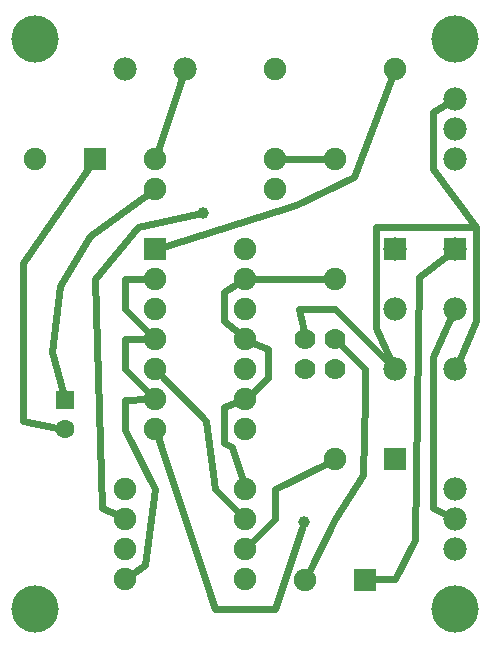
<source format=gbl>
G04 MADE WITH FRITZING*
G04 WWW.FRITZING.ORG*
G04 DOUBLE SIDED*
G04 HOLES PLATED*
G04 CONTOUR ON CENTER OF CONTOUR VECTOR*
%ASAXBY*%
%FSLAX23Y23*%
%MOIN*%
%OFA0B0*%
%SFA1.0B1.0*%
%ADD10C,0.062992*%
%ADD11C,0.039370*%
%ADD12C,0.075000*%
%ADD13C,0.070000*%
%ADD14C,0.078000*%
%ADD15C,0.157480*%
%ADD16R,0.062992X0.062992*%
%ADD17R,0.075000X0.075000*%
%ADD18R,0.078000X0.078000*%
%ADD19C,0.024000*%
%LNCOPPER0*%
G90*
G70*
G54D10*
X226Y819D03*
X226Y721D03*
G54D11*
X1020Y410D03*
X684Y1442D03*
G54D12*
X526Y1321D03*
X826Y1321D03*
X526Y1221D03*
X826Y1221D03*
X526Y1121D03*
X826Y1121D03*
X526Y1021D03*
X826Y1021D03*
X526Y921D03*
X826Y921D03*
X526Y821D03*
X826Y821D03*
X526Y721D03*
X826Y721D03*
X926Y1921D03*
X1326Y1921D03*
X1126Y1621D03*
X1126Y1221D03*
X526Y1621D03*
X926Y1621D03*
X426Y321D03*
X826Y321D03*
X526Y1521D03*
X926Y1521D03*
X426Y521D03*
X826Y521D03*
X426Y221D03*
X826Y221D03*
X426Y421D03*
X826Y421D03*
G54D13*
X1026Y921D03*
X1126Y921D03*
X1026Y1021D03*
X1126Y1021D03*
G54D12*
X326Y1621D03*
X126Y1621D03*
X1326Y621D03*
X1126Y621D03*
X1226Y219D03*
X1026Y219D03*
G54D14*
X1526Y1321D03*
X1526Y1121D03*
X1526Y921D03*
X1326Y1321D03*
X1326Y1121D03*
X1326Y921D03*
X1526Y521D03*
X1526Y421D03*
X1526Y321D03*
X1526Y1821D03*
X1526Y1721D03*
X1526Y1621D03*
X426Y1921D03*
X626Y1921D03*
G54D15*
X126Y121D03*
X1526Y121D03*
X126Y2021D03*
X1526Y2021D03*
G54D16*
X226Y819D03*
G54D17*
X526Y1321D03*
X326Y1621D03*
X1326Y621D03*
X1226Y219D03*
G54D18*
X1526Y1321D03*
X1326Y1321D03*
G54D19*
X182Y979D02*
X208Y1197D01*
D02*
X219Y845D02*
X182Y979D01*
D02*
X308Y1363D02*
X502Y1504D01*
D02*
X208Y1197D02*
X308Y1363D01*
D02*
X1502Y1302D02*
X1404Y1226D01*
X1404Y1226D02*
X1393Y352D01*
D02*
X1326Y222D02*
X1255Y220D01*
D02*
X1393Y352D02*
X1326Y222D01*
D02*
X925Y522D02*
X1100Y608D01*
D02*
X925Y422D02*
X925Y522D01*
D02*
X846Y341D02*
X925Y422D01*
D02*
X535Y1648D02*
X616Y1892D01*
D02*
X1513Y1093D02*
X1452Y962D01*
X1452Y962D02*
X1452Y458D01*
X1452Y458D02*
X1499Y434D01*
D02*
X505Y841D02*
X424Y920D01*
D02*
X424Y920D02*
X424Y1020D01*
D02*
X424Y1020D02*
X497Y1021D01*
D02*
X497Y1221D02*
X424Y1220D01*
D02*
X424Y1220D02*
X424Y1120D01*
D02*
X424Y1120D02*
X505Y1041D01*
D02*
X449Y237D02*
X492Y266D01*
X492Y266D02*
X524Y522D01*
D02*
X524Y522D02*
X424Y719D01*
D02*
X424Y719D02*
X424Y819D01*
D02*
X424Y819D02*
X497Y820D01*
D02*
X804Y1040D02*
X756Y1082D01*
D02*
X756Y1082D02*
X756Y1178D01*
D02*
X756Y1178D02*
X801Y1206D01*
D02*
X847Y840D02*
X900Y890D01*
D02*
X900Y890D02*
X900Y986D01*
D02*
X900Y986D02*
X851Y1009D01*
D02*
X1097Y1221D02*
X854Y1221D01*
D02*
X817Y548D02*
X780Y662D01*
D02*
X780Y662D02*
X756Y674D01*
D02*
X756Y674D02*
X756Y794D01*
D02*
X756Y794D02*
X799Y810D01*
D02*
X1097Y1621D02*
X954Y1621D01*
D02*
X1226Y920D02*
X1226Y820D01*
D02*
X1144Y1002D02*
X1226Y920D01*
D02*
X1226Y820D02*
X1217Y567D01*
D02*
X1126Y422D02*
X1039Y245D01*
D02*
X1125Y422D02*
X1126Y422D01*
D02*
X1217Y567D02*
X1125Y422D01*
D02*
X805Y441D02*
X725Y522D01*
D02*
X725Y522D02*
X696Y746D01*
D02*
X696Y746D02*
X546Y900D01*
D02*
X1315Y1894D02*
X1188Y1562D01*
X1188Y1562D02*
X996Y1466D01*
D02*
X996Y1466D02*
X553Y1329D01*
D02*
X1304Y942D02*
X1125Y1120D01*
D02*
X1125Y1120D02*
X1005Y1120D01*
D02*
X1005Y1120D02*
X1020Y1046D01*
D02*
X1538Y948D02*
X1596Y1082D01*
X1596Y1082D02*
X1596Y1394D01*
X1596Y1394D02*
X1260Y1394D01*
X1260Y1394D02*
X1260Y1058D01*
X1260Y1058D02*
X1313Y948D01*
D02*
X535Y694D02*
X725Y122D01*
D02*
X725Y122D02*
X925Y122D01*
D02*
X925Y122D02*
X1014Y392D01*
D02*
X1500Y1806D02*
X1452Y1778D01*
X1452Y1778D02*
X1452Y1586D01*
X1452Y1586D02*
X1596Y1394D01*
D02*
X309Y1597D02*
X84Y1274D01*
X84Y1274D02*
X84Y746D01*
X84Y746D02*
X199Y725D01*
D02*
X400Y433D02*
X348Y458D01*
X348Y458D02*
X324Y1220D01*
D02*
X324Y1220D02*
X468Y1394D01*
X468Y1394D02*
X665Y1438D01*
G04 End of Copper0*
M02*
</source>
